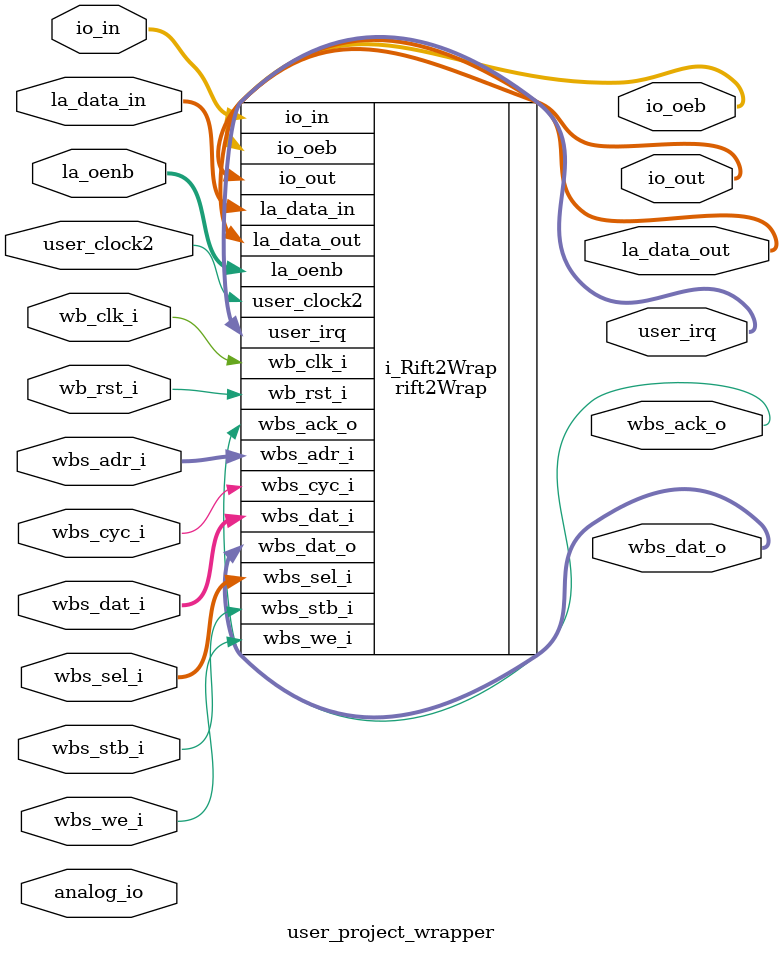
<source format=v>
module user_project_wrapper (user_clock2,
    wb_clk_i,
    wb_rst_i,
    wbs_ack_o,
    wbs_cyc_i,
    wbs_stb_i,
    wbs_we_i,
    analog_io,
    io_in,
    io_oeb,
    io_out,
    la_data_in,
    la_data_out,
    la_oenb,
    user_irq,
    wbs_adr_i,
    wbs_dat_i,
    wbs_dat_o,
    wbs_sel_i);
 input user_clock2;
 input wb_clk_i;
 input wb_rst_i;
 output wbs_ack_o;
 input wbs_cyc_i;
 input wbs_stb_i;
 input wbs_we_i;
 inout [28:0] analog_io;
 input [37:0] io_in;
 output [37:0] io_oeb;
 output [37:0] io_out;
 input [127:0] la_data_in;
 output [127:0] la_data_out;
 input [127:0] la_oenb;
 output [2:0] user_irq;
 input [31:0] wbs_adr_i;
 input [31:0] wbs_dat_i;
 output [31:0] wbs_dat_o;
 input [3:0] wbs_sel_i;


 rift2Wrap i_Rift2Wrap (.user_clock2(user_clock2),
    .wb_clk_i(wb_clk_i),
    .wb_rst_i(wb_rst_i),
    .wbs_ack_o(wbs_ack_o),
    .wbs_cyc_i(wbs_cyc_i),
    .wbs_stb_i(wbs_stb_i),
    .wbs_we_i(wbs_we_i),
    .io_in({io_in[37],
    io_in[36],
    io_in[35],
    io_in[34],
    io_in[33],
    io_in[32],
    io_in[31],
    io_in[30],
    io_in[29],
    io_in[28],
    io_in[27],
    io_in[26],
    io_in[25],
    io_in[24],
    io_in[23],
    io_in[22],
    io_in[21],
    io_in[20],
    io_in[19],
    io_in[18],
    io_in[17],
    io_in[16],
    io_in[15],
    io_in[14],
    io_in[13],
    io_in[12],
    io_in[11],
    io_in[10],
    io_in[9],
    io_in[8],
    io_in[7],
    io_in[6],
    io_in[5],
    io_in[4],
    io_in[3],
    io_in[2],
    io_in[1],
    io_in[0]}),
    .io_oeb({io_oeb[37],
    io_oeb[36],
    io_oeb[35],
    io_oeb[34],
    io_oeb[33],
    io_oeb[32],
    io_oeb[31],
    io_oeb[30],
    io_oeb[29],
    io_oeb[28],
    io_oeb[27],
    io_oeb[26],
    io_oeb[25],
    io_oeb[24],
    io_oeb[23],
    io_oeb[22],
    io_oeb[21],
    io_oeb[20],
    io_oeb[19],
    io_oeb[18],
    io_oeb[17],
    io_oeb[16],
    io_oeb[15],
    io_oeb[14],
    io_oeb[13],
    io_oeb[12],
    io_oeb[11],
    io_oeb[10],
    io_oeb[9],
    io_oeb[8],
    io_oeb[7],
    io_oeb[6],
    io_oeb[5],
    io_oeb[4],
    io_oeb[3],
    io_oeb[2],
    io_oeb[1],
    io_oeb[0]}),
    .io_out({io_out[37],
    io_out[36],
    io_out[35],
    io_out[34],
    io_out[33],
    io_out[32],
    io_out[31],
    io_out[30],
    io_out[29],
    io_out[28],
    io_out[27],
    io_out[26],
    io_out[25],
    io_out[24],
    io_out[23],
    io_out[22],
    io_out[21],
    io_out[20],
    io_out[19],
    io_out[18],
    io_out[17],
    io_out[16],
    io_out[15],
    io_out[14],
    io_out[13],
    io_out[12],
    io_out[11],
    io_out[10],
    io_out[9],
    io_out[8],
    io_out[7],
    io_out[6],
    io_out[5],
    io_out[4],
    io_out[3],
    io_out[2],
    io_out[1],
    io_out[0]}),
    .la_data_in({la_data_in[127],
    la_data_in[126],
    la_data_in[125],
    la_data_in[124],
    la_data_in[123],
    la_data_in[122],
    la_data_in[121],
    la_data_in[120],
    la_data_in[119],
    la_data_in[118],
    la_data_in[117],
    la_data_in[116],
    la_data_in[115],
    la_data_in[114],
    la_data_in[113],
    la_data_in[112],
    la_data_in[111],
    la_data_in[110],
    la_data_in[109],
    la_data_in[108],
    la_data_in[107],
    la_data_in[106],
    la_data_in[105],
    la_data_in[104],
    la_data_in[103],
    la_data_in[102],
    la_data_in[101],
    la_data_in[100],
    la_data_in[99],
    la_data_in[98],
    la_data_in[97],
    la_data_in[96],
    la_data_in[95],
    la_data_in[94],
    la_data_in[93],
    la_data_in[92],
    la_data_in[91],
    la_data_in[90],
    la_data_in[89],
    la_data_in[88],
    la_data_in[87],
    la_data_in[86],
    la_data_in[85],
    la_data_in[84],
    la_data_in[83],
    la_data_in[82],
    la_data_in[81],
    la_data_in[80],
    la_data_in[79],
    la_data_in[78],
    la_data_in[77],
    la_data_in[76],
    la_data_in[75],
    la_data_in[74],
    la_data_in[73],
    la_data_in[72],
    la_data_in[71],
    la_data_in[70],
    la_data_in[69],
    la_data_in[68],
    la_data_in[67],
    la_data_in[66],
    la_data_in[65],
    la_data_in[64],
    la_data_in[63],
    la_data_in[62],
    la_data_in[61],
    la_data_in[60],
    la_data_in[59],
    la_data_in[58],
    la_data_in[57],
    la_data_in[56],
    la_data_in[55],
    la_data_in[54],
    la_data_in[53],
    la_data_in[52],
    la_data_in[51],
    la_data_in[50],
    la_data_in[49],
    la_data_in[48],
    la_data_in[47],
    la_data_in[46],
    la_data_in[45],
    la_data_in[44],
    la_data_in[43],
    la_data_in[42],
    la_data_in[41],
    la_data_in[40],
    la_data_in[39],
    la_data_in[38],
    la_data_in[37],
    la_data_in[36],
    la_data_in[35],
    la_data_in[34],
    la_data_in[33],
    la_data_in[32],
    la_data_in[31],
    la_data_in[30],
    la_data_in[29],
    la_data_in[28],
    la_data_in[27],
    la_data_in[26],
    la_data_in[25],
    la_data_in[24],
    la_data_in[23],
    la_data_in[22],
    la_data_in[21],
    la_data_in[20],
    la_data_in[19],
    la_data_in[18],
    la_data_in[17],
    la_data_in[16],
    la_data_in[15],
    la_data_in[14],
    la_data_in[13],
    la_data_in[12],
    la_data_in[11],
    la_data_in[10],
    la_data_in[9],
    la_data_in[8],
    la_data_in[7],
    la_data_in[6],
    la_data_in[5],
    la_data_in[4],
    la_data_in[3],
    la_data_in[2],
    la_data_in[1],
    la_data_in[0]}),
    .la_data_out({la_data_out[127],
    la_data_out[126],
    la_data_out[125],
    la_data_out[124],
    la_data_out[123],
    la_data_out[122],
    la_data_out[121],
    la_data_out[120],
    la_data_out[119],
    la_data_out[118],
    la_data_out[117],
    la_data_out[116],
    la_data_out[115],
    la_data_out[114],
    la_data_out[113],
    la_data_out[112],
    la_data_out[111],
    la_data_out[110],
    la_data_out[109],
    la_data_out[108],
    la_data_out[107],
    la_data_out[106],
    la_data_out[105],
    la_data_out[104],
    la_data_out[103],
    la_data_out[102],
    la_data_out[101],
    la_data_out[100],
    la_data_out[99],
    la_data_out[98],
    la_data_out[97],
    la_data_out[96],
    la_data_out[95],
    la_data_out[94],
    la_data_out[93],
    la_data_out[92],
    la_data_out[91],
    la_data_out[90],
    la_data_out[89],
    la_data_out[88],
    la_data_out[87],
    la_data_out[86],
    la_data_out[85],
    la_data_out[84],
    la_data_out[83],
    la_data_out[82],
    la_data_out[81],
    la_data_out[80],
    la_data_out[79],
    la_data_out[78],
    la_data_out[77],
    la_data_out[76],
    la_data_out[75],
    la_data_out[74],
    la_data_out[73],
    la_data_out[72],
    la_data_out[71],
    la_data_out[70],
    la_data_out[69],
    la_data_out[68],
    la_data_out[67],
    la_data_out[66],
    la_data_out[65],
    la_data_out[64],
    la_data_out[63],
    la_data_out[62],
    la_data_out[61],
    la_data_out[60],
    la_data_out[59],
    la_data_out[58],
    la_data_out[57],
    la_data_out[56],
    la_data_out[55],
    la_data_out[54],
    la_data_out[53],
    la_data_out[52],
    la_data_out[51],
    la_data_out[50],
    la_data_out[49],
    la_data_out[48],
    la_data_out[47],
    la_data_out[46],
    la_data_out[45],
    la_data_out[44],
    la_data_out[43],
    la_data_out[42],
    la_data_out[41],
    la_data_out[40],
    la_data_out[39],
    la_data_out[38],
    la_data_out[37],
    la_data_out[36],
    la_data_out[35],
    la_data_out[34],
    la_data_out[33],
    la_data_out[32],
    la_data_out[31],
    la_data_out[30],
    la_data_out[29],
    la_data_out[28],
    la_data_out[27],
    la_data_out[26],
    la_data_out[25],
    la_data_out[24],
    la_data_out[23],
    la_data_out[22],
    la_data_out[21],
    la_data_out[20],
    la_data_out[19],
    la_data_out[18],
    la_data_out[17],
    la_data_out[16],
    la_data_out[15],
    la_data_out[14],
    la_data_out[13],
    la_data_out[12],
    la_data_out[11],
    la_data_out[10],
    la_data_out[9],
    la_data_out[8],
    la_data_out[7],
    la_data_out[6],
    la_data_out[5],
    la_data_out[4],
    la_data_out[3],
    la_data_out[2],
    la_data_out[1],
    la_data_out[0]}),
    .la_oenb({la_oenb[127],
    la_oenb[126],
    la_oenb[125],
    la_oenb[124],
    la_oenb[123],
    la_oenb[122],
    la_oenb[121],
    la_oenb[120],
    la_oenb[119],
    la_oenb[118],
    la_oenb[117],
    la_oenb[116],
    la_oenb[115],
    la_oenb[114],
    la_oenb[113],
    la_oenb[112],
    la_oenb[111],
    la_oenb[110],
    la_oenb[109],
    la_oenb[108],
    la_oenb[107],
    la_oenb[106],
    la_oenb[105],
    la_oenb[104],
    la_oenb[103],
    la_oenb[102],
    la_oenb[101],
    la_oenb[100],
    la_oenb[99],
    la_oenb[98],
    la_oenb[97],
    la_oenb[96],
    la_oenb[95],
    la_oenb[94],
    la_oenb[93],
    la_oenb[92],
    la_oenb[91],
    la_oenb[90],
    la_oenb[89],
    la_oenb[88],
    la_oenb[87],
    la_oenb[86],
    la_oenb[85],
    la_oenb[84],
    la_oenb[83],
    la_oenb[82],
    la_oenb[81],
    la_oenb[80],
    la_oenb[79],
    la_oenb[78],
    la_oenb[77],
    la_oenb[76],
    la_oenb[75],
    la_oenb[74],
    la_oenb[73],
    la_oenb[72],
    la_oenb[71],
    la_oenb[70],
    la_oenb[69],
    la_oenb[68],
    la_oenb[67],
    la_oenb[66],
    la_oenb[65],
    la_oenb[64],
    la_oenb[63],
    la_oenb[62],
    la_oenb[61],
    la_oenb[60],
    la_oenb[59],
    la_oenb[58],
    la_oenb[57],
    la_oenb[56],
    la_oenb[55],
    la_oenb[54],
    la_oenb[53],
    la_oenb[52],
    la_oenb[51],
    la_oenb[50],
    la_oenb[49],
    la_oenb[48],
    la_oenb[47],
    la_oenb[46],
    la_oenb[45],
    la_oenb[44],
    la_oenb[43],
    la_oenb[42],
    la_oenb[41],
    la_oenb[40],
    la_oenb[39],
    la_oenb[38],
    la_oenb[37],
    la_oenb[36],
    la_oenb[35],
    la_oenb[34],
    la_oenb[33],
    la_oenb[32],
    la_oenb[31],
    la_oenb[30],
    la_oenb[29],
    la_oenb[28],
    la_oenb[27],
    la_oenb[26],
    la_oenb[25],
    la_oenb[24],
    la_oenb[23],
    la_oenb[22],
    la_oenb[21],
    la_oenb[20],
    la_oenb[19],
    la_oenb[18],
    la_oenb[17],
    la_oenb[16],
    la_oenb[15],
    la_oenb[14],
    la_oenb[13],
    la_oenb[12],
    la_oenb[11],
    la_oenb[10],
    la_oenb[9],
    la_oenb[8],
    la_oenb[7],
    la_oenb[6],
    la_oenb[5],
    la_oenb[4],
    la_oenb[3],
    la_oenb[2],
    la_oenb[1],
    la_oenb[0]}),
    .user_irq({user_irq[2],
    user_irq[1],
    user_irq[0]}),
    .wbs_adr_i({wbs_adr_i[31],
    wbs_adr_i[30],
    wbs_adr_i[29],
    wbs_adr_i[28],
    wbs_adr_i[27],
    wbs_adr_i[26],
    wbs_adr_i[25],
    wbs_adr_i[24],
    wbs_adr_i[23],
    wbs_adr_i[22],
    wbs_adr_i[21],
    wbs_adr_i[20],
    wbs_adr_i[19],
    wbs_adr_i[18],
    wbs_adr_i[17],
    wbs_adr_i[16],
    wbs_adr_i[15],
    wbs_adr_i[14],
    wbs_adr_i[13],
    wbs_adr_i[12],
    wbs_adr_i[11],
    wbs_adr_i[10],
    wbs_adr_i[9],
    wbs_adr_i[8],
    wbs_adr_i[7],
    wbs_adr_i[6],
    wbs_adr_i[5],
    wbs_adr_i[4],
    wbs_adr_i[3],
    wbs_adr_i[2],
    wbs_adr_i[1],
    wbs_adr_i[0]}),
    .wbs_dat_i({wbs_dat_i[31],
    wbs_dat_i[30],
    wbs_dat_i[29],
    wbs_dat_i[28],
    wbs_dat_i[27],
    wbs_dat_i[26],
    wbs_dat_i[25],
    wbs_dat_i[24],
    wbs_dat_i[23],
    wbs_dat_i[22],
    wbs_dat_i[21],
    wbs_dat_i[20],
    wbs_dat_i[19],
    wbs_dat_i[18],
    wbs_dat_i[17],
    wbs_dat_i[16],
    wbs_dat_i[15],
    wbs_dat_i[14],
    wbs_dat_i[13],
    wbs_dat_i[12],
    wbs_dat_i[11],
    wbs_dat_i[10],
    wbs_dat_i[9],
    wbs_dat_i[8],
    wbs_dat_i[7],
    wbs_dat_i[6],
    wbs_dat_i[5],
    wbs_dat_i[4],
    wbs_dat_i[3],
    wbs_dat_i[2],
    wbs_dat_i[1],
    wbs_dat_i[0]}),
    .wbs_dat_o({wbs_dat_o[31],
    wbs_dat_o[30],
    wbs_dat_o[29],
    wbs_dat_o[28],
    wbs_dat_o[27],
    wbs_dat_o[26],
    wbs_dat_o[25],
    wbs_dat_o[24],
    wbs_dat_o[23],
    wbs_dat_o[22],
    wbs_dat_o[21],
    wbs_dat_o[20],
    wbs_dat_o[19],
    wbs_dat_o[18],
    wbs_dat_o[17],
    wbs_dat_o[16],
    wbs_dat_o[15],
    wbs_dat_o[14],
    wbs_dat_o[13],
    wbs_dat_o[12],
    wbs_dat_o[11],
    wbs_dat_o[10],
    wbs_dat_o[9],
    wbs_dat_o[8],
    wbs_dat_o[7],
    wbs_dat_o[6],
    wbs_dat_o[5],
    wbs_dat_o[4],
    wbs_dat_o[3],
    wbs_dat_o[2],
    wbs_dat_o[1],
    wbs_dat_o[0]}),
    .wbs_sel_i({wbs_sel_i[3],
    wbs_sel_i[2],
    wbs_sel_i[1],
    wbs_sel_i[0]}));
endmodule


</source>
